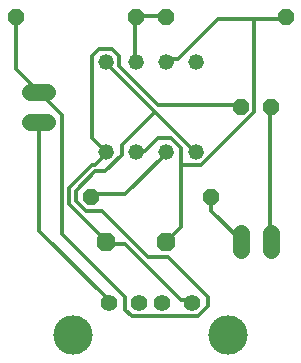
<source format=gbr>
G04 EAGLE Gerber RS-274X export*
G75*
%MOMM*%
%FSLAX34Y34*%
%LPD*%
%INTop Copper*%
%IPPOS*%
%AMOC8*
5,1,8,0,0,1.08239X$1,22.5*%
G01*
%ADD10P,1.732040X8X202.500000*%
%ADD11C,1.422400*%
%ADD12P,1.429621X8X202.500000*%
%ADD13P,1.429621X8X22.500000*%
%ADD14C,1.320800*%
%ADD15C,1.422400*%
%ADD16C,3.327400*%
%ADD17C,0.304800*%


D10*
X146050Y107950D03*
X95250Y107950D03*
D11*
X45212Y209550D02*
X30988Y209550D01*
X30988Y234950D02*
X45212Y234950D01*
X209550Y115062D02*
X209550Y100838D01*
X234950Y100838D02*
X234950Y115062D01*
D12*
X234950Y222250D03*
X209550Y222250D03*
D13*
X19050Y298450D03*
X120650Y298450D03*
D12*
X247650Y298450D03*
X146050Y298450D03*
D13*
X82550Y146050D03*
X184150Y146050D03*
D14*
X95250Y184150D03*
X120650Y184150D03*
X120650Y260350D03*
X95250Y260350D03*
X146050Y184150D03*
X171450Y184150D03*
X146050Y260350D03*
X171450Y260350D03*
D15*
X98425Y56388D03*
X123317Y56388D03*
X143383Y56388D03*
X168275Y56388D03*
D16*
X199009Y29210D03*
X67691Y29210D03*
D17*
X83820Y148082D02*
X111760Y148082D01*
X145288Y181610D01*
X83820Y148082D02*
X82550Y146050D01*
X145288Y181610D02*
X146050Y184150D01*
X184404Y145288D02*
X184404Y134112D01*
X209550Y108966D01*
X184404Y145288D02*
X184150Y146050D01*
X209550Y108966D02*
X209550Y107950D01*
X234696Y108966D02*
X234696Y220726D01*
X234950Y222250D01*
X234696Y108966D02*
X234950Y107950D01*
X120142Y262636D02*
X120142Y296164D01*
X120142Y262636D02*
X120650Y260350D01*
X120142Y296164D02*
X120650Y298450D01*
X122936Y298958D02*
X145288Y298958D01*
X146050Y298450D01*
X122936Y298958D02*
X120650Y298450D01*
X19558Y296164D02*
X19558Y254254D01*
X36322Y237490D01*
X19558Y296164D02*
X19050Y298450D01*
X36322Y237490D02*
X38100Y234950D01*
X94996Y259842D02*
X136906Y217932D01*
X170434Y184404D01*
X171450Y184150D01*
X94996Y259842D02*
X95250Y260350D01*
X58674Y215138D02*
X39116Y234696D01*
X58674Y215138D02*
X58674Y114554D01*
X111760Y61468D01*
X111760Y50292D01*
X117348Y44704D01*
X173228Y44704D01*
X181610Y53086D01*
X181610Y61468D01*
X148082Y94996D01*
X131318Y94996D01*
X92202Y134112D01*
X78232Y134112D01*
X69850Y142494D01*
X69850Y150876D01*
X86614Y167640D01*
X94996Y167640D01*
X108966Y181610D01*
X108966Y189992D01*
X136906Y217932D01*
X39116Y234696D02*
X38100Y234950D01*
X39116Y209550D02*
X39116Y117348D01*
X97790Y58674D01*
X39116Y209550D02*
X38100Y209550D01*
X97790Y58674D02*
X98425Y56388D01*
X86614Y173228D02*
X94996Y181610D01*
X86614Y173228D02*
X83820Y173228D01*
X64262Y153670D01*
X64262Y139700D01*
X94996Y108966D01*
X94996Y181610D02*
X95250Y184150D01*
X94996Y108966D02*
X95250Y107950D01*
X139700Y223520D02*
X209550Y223520D01*
X139700Y223520D02*
X106172Y257048D01*
X106172Y265430D01*
X100584Y271018D01*
X89408Y271018D01*
X83820Y265430D01*
X83820Y195580D01*
X95250Y184150D01*
X209550Y222250D02*
X209550Y223520D01*
X167640Y58674D02*
X159258Y58674D01*
X111760Y106172D01*
X97790Y106172D01*
X167640Y58674D02*
X168275Y56388D01*
X97790Y106172D02*
X95250Y107950D01*
X122936Y184404D02*
X128524Y184404D01*
X139700Y195580D01*
X150876Y195580D01*
X159258Y187198D01*
X159258Y173228D02*
X159258Y120142D01*
X159258Y173228D02*
X159258Y187198D01*
X159258Y120142D02*
X148082Y108966D01*
X122936Y184404D02*
X120650Y184150D01*
X148082Y108966D02*
X146050Y107950D01*
X148082Y262636D02*
X156464Y262636D01*
X189992Y296164D01*
X220726Y296164D02*
X245872Y296164D01*
X220726Y296164D02*
X189992Y296164D01*
X148082Y262636D02*
X146050Y260350D01*
X245872Y296164D02*
X247650Y298450D01*
X176022Y173228D02*
X159258Y173228D01*
X176022Y173228D02*
X220726Y217932D01*
X220726Y296164D01*
M02*

</source>
